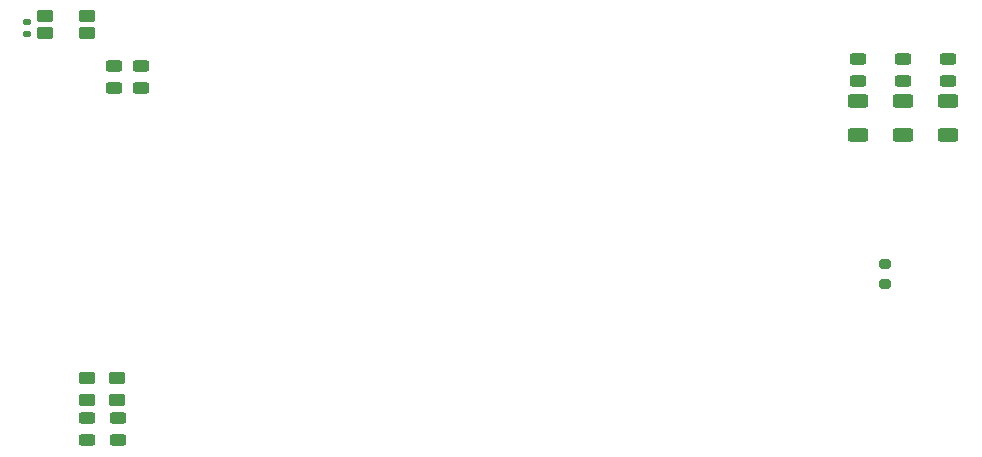
<source format=gtp>
G04 #@! TF.GenerationSoftware,KiCad,Pcbnew,8.0.3*
G04 #@! TF.CreationDate,2024-08-23T22:21:50+02:00*
G04 #@! TF.ProjectId,temp_power_management,74656d70-5f70-46f7-9765-725f6d616e61,rev?*
G04 #@! TF.SameCoordinates,Original*
G04 #@! TF.FileFunction,Paste,Top*
G04 #@! TF.FilePolarity,Positive*
%FSLAX46Y46*%
G04 Gerber Fmt 4.6, Leading zero omitted, Abs format (unit mm)*
G04 Created by KiCad (PCBNEW 8.0.3) date 2024-08-23 22:21:50*
%MOMM*%
%LPD*%
G01*
G04 APERTURE LIST*
G04 Aperture macros list*
%AMRoundRect*
0 Rectangle with rounded corners*
0 $1 Rounding radius*
0 $2 $3 $4 $5 $6 $7 $8 $9 X,Y pos of 4 corners*
0 Add a 4 corners polygon primitive as box body*
4,1,4,$2,$3,$4,$5,$6,$7,$8,$9,$2,$3,0*
0 Add four circle primitives for the rounded corners*
1,1,$1+$1,$2,$3*
1,1,$1+$1,$4,$5*
1,1,$1+$1,$6,$7*
1,1,$1+$1,$8,$9*
0 Add four rect primitives between the rounded corners*
20,1,$1+$1,$2,$3,$4,$5,0*
20,1,$1+$1,$4,$5,$6,$7,0*
20,1,$1+$1,$6,$7,$8,$9,0*
20,1,$1+$1,$8,$9,$2,$3,0*%
G04 Aperture macros list end*
%ADD10RoundRect,0.250000X-0.450000X0.262500X-0.450000X-0.262500X0.450000X-0.262500X0.450000X0.262500X0*%
%ADD11RoundRect,0.243750X0.456250X-0.243750X0.456250X0.243750X-0.456250X0.243750X-0.456250X-0.243750X0*%
%ADD12RoundRect,0.243750X-0.456250X0.243750X-0.456250X-0.243750X0.456250X-0.243750X0.456250X0.243750X0*%
%ADD13RoundRect,0.250000X-0.625000X0.312500X-0.625000X-0.312500X0.625000X-0.312500X0.625000X0.312500X0*%
%ADD14RoundRect,0.250000X0.450000X0.275000X-0.450000X0.275000X-0.450000X-0.275000X0.450000X-0.275000X0*%
%ADD15RoundRect,0.200000X0.275000X-0.200000X0.275000X0.200000X-0.275000X0.200000X-0.275000X-0.200000X0*%
%ADD16RoundRect,0.140000X-0.170000X0.140000X-0.170000X-0.140000X0.170000X-0.140000X0.170000X0.140000X0*%
G04 APERTURE END LIST*
D10*
X119888000Y-90377000D03*
X119888000Y-92202000D03*
X117348000Y-90377000D03*
X117348000Y-92202000D03*
D11*
X119949000Y-95621000D03*
X119949000Y-93746000D03*
X117348000Y-95621000D03*
X117348000Y-93746000D03*
D12*
X119634000Y-63911000D03*
X119634000Y-65786000D03*
X186436000Y-63324500D03*
X186436000Y-65199500D03*
X190246000Y-63324500D03*
X190246000Y-65199500D03*
D13*
X190246000Y-66863500D03*
X190246000Y-69788500D03*
D14*
X117370000Y-61172000D03*
X113770000Y-61172000D03*
X117370000Y-59732000D03*
X113770000Y-59732000D03*
D15*
X184912000Y-82359000D03*
X184912000Y-80709000D03*
D13*
X186436000Y-66863500D03*
X186436000Y-69788500D03*
D12*
X182626000Y-63324500D03*
X182626000Y-65199500D03*
D13*
X182626000Y-66863500D03*
X182626000Y-69788500D03*
D16*
X112268000Y-60226000D03*
X112268000Y-61186000D03*
D12*
X121920000Y-63911000D03*
X121920000Y-65786000D03*
M02*

</source>
